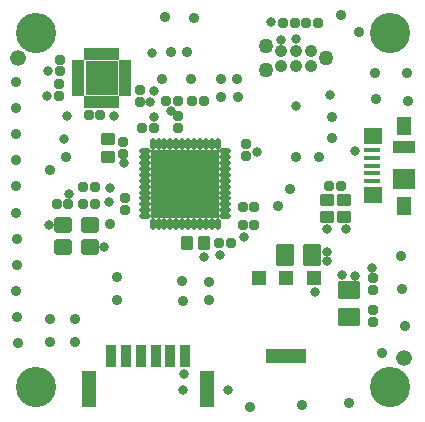
<source format=gts>
G04*
G04 #@! TF.GenerationSoftware,Altium Limited,Altium Designer,23.8.1 (32)*
G04*
G04 Layer_Color=8388736*
%FSLAX44Y44*%
%MOMM*%
G71*
G04*
G04 #@! TF.SameCoordinates,14F6A229-880D-4016-A75C-DA76C30DB968*
G04*
G04*
G04 #@! TF.FilePolarity,Negative*
G04*
G01*
G75*
%ADD21R,1.3000X1.6500*%
%ADD22R,1.9000X1.8000*%
%ADD23R,1.9000X1.0000*%
%ADD24R,1.5500X1.4250*%
%ADD25R,1.3800X0.4500*%
%ADD26R,1.2500X1.2500*%
%ADD27R,3.5000X1.2500*%
G04:AMPARAMS|DCode=37|XSize=0.8032mm|YSize=0.9032mm|CornerRadius=0.1766mm|HoleSize=0mm|Usage=FLASHONLY|Rotation=0.000|XOffset=0mm|YOffset=0mm|HoleType=Round|Shape=RoundedRectangle|*
%AMROUNDEDRECTD37*
21,1,0.8032,0.5500,0,0,0.0*
21,1,0.4500,0.9032,0,0,0.0*
1,1,0.3532,0.2250,-0.2750*
1,1,0.3532,-0.2250,-0.2750*
1,1,0.3532,-0.2250,0.2750*
1,1,0.3532,0.2250,0.2750*
%
%ADD37ROUNDEDRECTD37*%
%ADD38C,1.0662*%
%ADD39O,1.0032X0.4532*%
%ADD40O,0.4532X1.0032*%
%ADD41R,5.8032X5.8032*%
G04:AMPARAMS|DCode=42|XSize=1.0032mm|YSize=1.2032mm|CornerRadius=0.2016mm|HoleSize=0mm|Usage=FLASHONLY|Rotation=90.000|XOffset=0mm|YOffset=0mm|HoleType=Round|Shape=RoundedRectangle|*
%AMROUNDEDRECTD42*
21,1,1.0032,0.8000,0,0,90.0*
21,1,0.6000,1.2032,0,0,90.0*
1,1,0.4032,0.4000,0.3000*
1,1,0.4032,0.4000,-0.3000*
1,1,0.4032,-0.4000,-0.3000*
1,1,0.4032,-0.4000,0.3000*
%
%ADD42ROUNDEDRECTD42*%
G04:AMPARAMS|DCode=43|XSize=0.8032mm|YSize=0.9032mm|CornerRadius=0.1766mm|HoleSize=0mm|Usage=FLASHONLY|Rotation=90.000|XOffset=0mm|YOffset=0mm|HoleType=Round|Shape=RoundedRectangle|*
%AMROUNDEDRECTD43*
21,1,0.8032,0.5500,0,0,90.0*
21,1,0.4500,0.9032,0,0,90.0*
1,1,0.3532,0.2750,0.2250*
1,1,0.3532,0.2750,-0.2250*
1,1,0.3532,-0.2750,-0.2250*
1,1,0.3532,-0.2750,0.2250*
%
%ADD43ROUNDEDRECTD43*%
G04:AMPARAMS|DCode=44|XSize=1.6032mm|YSize=1.9032mm|CornerRadius=0.2766mm|HoleSize=0mm|Usage=FLASHONLY|Rotation=270.000|XOffset=0mm|YOffset=0mm|HoleType=Round|Shape=RoundedRectangle|*
%AMROUNDEDRECTD44*
21,1,1.6032,1.3500,0,0,270.0*
21,1,1.0500,1.9032,0,0,270.0*
1,1,0.5532,-0.6750,-0.5250*
1,1,0.5532,-0.6750,0.5250*
1,1,0.5532,0.6750,0.5250*
1,1,0.5532,0.6750,-0.5250*
%
%ADD44ROUNDEDRECTD44*%
G04:AMPARAMS|DCode=45|XSize=1.6032mm|YSize=1.9032mm|CornerRadius=0.2766mm|HoleSize=0mm|Usage=FLASHONLY|Rotation=180.000|XOffset=0mm|YOffset=0mm|HoleType=Round|Shape=RoundedRectangle|*
%AMROUNDEDRECTD45*
21,1,1.6032,1.3500,0,0,180.0*
21,1,1.0500,1.9032,0,0,180.0*
1,1,0.5532,-0.5250,0.6750*
1,1,0.5532,0.5250,0.6750*
1,1,0.5532,0.5250,-0.6750*
1,1,0.5532,-0.5250,-0.6750*
%
%ADD45ROUNDEDRECTD45*%
%ADD46R,0.5532X1.0032*%
%ADD47R,1.0532X0.5532*%
%ADD48R,2.8032X2.9032*%
G04:AMPARAMS|DCode=49|XSize=1.5032mm|YSize=1.3032mm|CornerRadius=0.1566mm|HoleSize=0mm|Usage=FLASHONLY|Rotation=0.000|XOffset=0mm|YOffset=0mm|HoleType=Round|Shape=RoundedRectangle|*
%AMROUNDEDRECTD49*
21,1,1.5032,0.9900,0,0,0.0*
21,1,1.1900,1.3032,0,0,0.0*
1,1,0.3132,0.5950,-0.4950*
1,1,0.3132,-0.5950,-0.4950*
1,1,0.3132,-0.5950,0.4950*
1,1,0.3132,0.5950,0.4950*
%
%ADD49ROUNDEDRECTD49*%
G04:AMPARAMS|DCode=50|XSize=1.0032mm|YSize=1.2032mm|CornerRadius=0.2016mm|HoleSize=0mm|Usage=FLASHONLY|Rotation=180.000|XOffset=0mm|YOffset=0mm|HoleType=Round|Shape=RoundedRectangle|*
%AMROUNDEDRECTD50*
21,1,1.0032,0.8000,0,0,180.0*
21,1,0.6000,1.2032,0,0,180.0*
1,1,0.4032,-0.3000,0.4000*
1,1,0.4032,0.3000,0.4000*
1,1,0.4032,0.3000,-0.4000*
1,1,0.4032,-0.3000,-0.4000*
%
%ADD50ROUNDEDRECTD50*%
%ADD51R,0.8532X1.9032*%
%ADD52R,1.2032X3.1032*%
%ADD53C,1.3282*%
%ADD54C,1.2702*%
%ADD55C,3.4032*%
%ADD56C,0.9032*%
%ADD57C,0.8032*%
%ADD58C,0.7032*%
D21*
X1126500Y691500D02*
D03*
Y759000D02*
D03*
D22*
Y713750D02*
D03*
D23*
Y740750D02*
D03*
D24*
X1100750Y700375D02*
D03*
Y750125D02*
D03*
D25*
X1099900Y712250D02*
D03*
Y718750D02*
D03*
Y725250D02*
D03*
Y731750D02*
D03*
Y738250D02*
D03*
D26*
X1050000Y630000D02*
D03*
X1027100D02*
D03*
X1004200D02*
D03*
D27*
X1027100Y564100D02*
D03*
D37*
X1053971Y845750D02*
D03*
X1043971D02*
D03*
X1033971Y846250D02*
D03*
X1023971D02*
D03*
X935000Y780000D02*
D03*
X925000D02*
D03*
X947500D02*
D03*
X957500D02*
D03*
X842500Y692500D02*
D03*
X832500D02*
D03*
X865000D02*
D03*
X855000D02*
D03*
X855000Y707500D02*
D03*
X865000D02*
D03*
X970000Y660000D02*
D03*
X980000D02*
D03*
X915000Y757500D02*
D03*
X905000D02*
D03*
X859500Y768000D02*
D03*
X869500D02*
D03*
X1073250Y708000D02*
D03*
X1063250D02*
D03*
X1000000Y675000D02*
D03*
X990000D02*
D03*
X1000000Y690000D02*
D03*
X990000D02*
D03*
D38*
X1047500Y822500D02*
D03*
X1034800D02*
D03*
X1022100D02*
D03*
X1047500Y809800D02*
D03*
X1034800D02*
D03*
X1022100D02*
D03*
D39*
X975270Y717510D02*
D03*
Y722510D02*
D03*
X907270Y737510D02*
D03*
Y732510D02*
D03*
Y727510D02*
D03*
Y722510D02*
D03*
Y717510D02*
D03*
Y712510D02*
D03*
Y707510D02*
D03*
Y702510D02*
D03*
Y697510D02*
D03*
Y692510D02*
D03*
Y687510D02*
D03*
Y682510D02*
D03*
X975270D02*
D03*
Y687510D02*
D03*
Y692510D02*
D03*
Y697510D02*
D03*
Y702510D02*
D03*
Y707510D02*
D03*
Y712510D02*
D03*
Y727510D02*
D03*
Y732510D02*
D03*
Y737510D02*
D03*
D40*
X913770Y676010D02*
D03*
X918770D02*
D03*
X923770D02*
D03*
X928770D02*
D03*
X933770D02*
D03*
X938770D02*
D03*
X943770D02*
D03*
X948770D02*
D03*
X953770D02*
D03*
X958770D02*
D03*
X963770D02*
D03*
X968770D02*
D03*
Y744010D02*
D03*
X963770D02*
D03*
X958770D02*
D03*
X953770D02*
D03*
X948770D02*
D03*
X943770D02*
D03*
X938770D02*
D03*
X933770D02*
D03*
X928770D02*
D03*
X923770D02*
D03*
X918770D02*
D03*
X913770D02*
D03*
D41*
X941270Y710010D02*
D03*
D42*
X876250Y748000D02*
D03*
Y733000D02*
D03*
X1061250Y696500D02*
D03*
Y681500D02*
D03*
X1075750Y696500D02*
D03*
Y681500D02*
D03*
D43*
X888750Y735500D02*
D03*
Y745500D02*
D03*
X1100000Y603250D02*
D03*
Y593250D02*
D03*
Y630000D02*
D03*
Y620000D02*
D03*
X834500Y794250D02*
D03*
Y784250D02*
D03*
X903000Y779500D02*
D03*
Y789500D02*
D03*
X890000Y697500D02*
D03*
Y687500D02*
D03*
X935000Y767500D02*
D03*
Y757500D02*
D03*
X835000Y815000D02*
D03*
Y805000D02*
D03*
X992500Y743750D02*
D03*
Y733750D02*
D03*
D44*
X1080000Y597140D02*
D03*
Y620000D02*
D03*
D45*
X1026070Y650000D02*
D03*
X1048930D02*
D03*
D46*
X883000Y819500D02*
D03*
X878000D02*
D03*
X873000D02*
D03*
X868000D02*
D03*
X863000D02*
D03*
X858000D02*
D03*
X883000Y779500D02*
D03*
X878000D02*
D03*
X873000D02*
D03*
X868000D02*
D03*
X863000D02*
D03*
X858000D02*
D03*
D47*
X850750Y812000D02*
D03*
Y807000D02*
D03*
Y802000D02*
D03*
Y797000D02*
D03*
Y792000D02*
D03*
Y787000D02*
D03*
X890250Y812000D02*
D03*
Y807000D02*
D03*
Y802000D02*
D03*
Y797000D02*
D03*
Y792000D02*
D03*
Y787000D02*
D03*
D48*
X870500Y799500D02*
D03*
D49*
X837500Y675000D02*
D03*
Y656000D02*
D03*
X860500Y675000D02*
D03*
Y656000D02*
D03*
D50*
X942500Y660000D02*
D03*
X957500D02*
D03*
D51*
X878750Y564000D02*
D03*
X891250D02*
D03*
X916250D02*
D03*
X928750D02*
D03*
X903750D02*
D03*
X941250D02*
D03*
D52*
X860250Y536000D02*
D03*
X959750D02*
D03*
D53*
X1126500Y562000D02*
D03*
X799750Y816750D02*
D03*
D54*
X1060200Y816150D02*
D03*
X1009400Y805990D02*
D03*
Y826310D02*
D03*
D55*
X1115000Y537500D02*
D03*
X815000D02*
D03*
Y837500D02*
D03*
X1115000D02*
D03*
D56*
X949000Y850250D02*
D03*
X924250Y851000D02*
D03*
X826750Y595500D02*
D03*
X826500Y575750D02*
D03*
X799500Y574750D02*
D03*
X799000Y596900D02*
D03*
X848000Y595000D02*
D03*
X848000Y575750D02*
D03*
X798000Y774100D02*
D03*
Y751950D02*
D03*
Y729800D02*
D03*
Y707650D02*
D03*
X798500Y685500D02*
D03*
X799000Y663350D02*
D03*
Y641200D02*
D03*
X798500Y619050D02*
D03*
X877750Y676000D02*
D03*
X827000Y721500D02*
D03*
X840750Y732500D02*
D03*
X942750Y821250D02*
D03*
X929500Y821500D02*
D03*
X986000Y783000D02*
D03*
X971750Y783250D02*
D03*
X985250Y798500D02*
D03*
X971750Y799000D02*
D03*
X996000Y521250D02*
D03*
X1040000Y522250D02*
D03*
X1080250Y524250D02*
D03*
X1108000Y566250D02*
D03*
X1127250Y589250D02*
D03*
X1124500Y620750D02*
D03*
X1124000Y649000D02*
D03*
X1020250Y691250D02*
D03*
X1030000Y705500D02*
D03*
X961750Y611750D02*
D03*
X939250Y611000D02*
D03*
X961250Y626750D02*
D03*
X939000Y628000D02*
D03*
X883750Y611250D02*
D03*
X883500Y630750D02*
D03*
X798500Y796250D02*
D03*
X1054500Y732750D02*
D03*
X1034750Y732250D02*
D03*
X1066000Y748250D02*
D03*
X1129250Y803500D02*
D03*
X1088750Y838500D02*
D03*
X1073000Y852750D02*
D03*
X1102500Y781750D02*
D03*
X1130000Y780000D02*
D03*
X1066000Y766500D02*
D03*
X1102000Y803500D02*
D03*
X921750Y798500D02*
D03*
X946500D02*
D03*
D57*
X1013721Y846750D02*
D03*
X913500Y820500D02*
D03*
X914500Y788250D02*
D03*
X915000Y766250D02*
D03*
X1035000Y832500D02*
D03*
X1064000Y785250D02*
D03*
X1035500Y775500D02*
D03*
X839000Y747500D02*
D03*
X889500Y727750D02*
D03*
X880750Y767500D02*
D03*
X990750Y665250D02*
D03*
X877750Y706750D02*
D03*
X1022500Y831500D02*
D03*
X841500Y767000D02*
D03*
X929250Y771750D02*
D03*
X1002000Y737000D02*
D03*
X825500Y805250D02*
D03*
X977500Y535500D02*
D03*
X939500D02*
D03*
X940250Y548750D02*
D03*
X911500Y779500D02*
D03*
X1061750Y644250D02*
D03*
X1085500Y632250D02*
D03*
X1074500Y632500D02*
D03*
X970500Y649750D02*
D03*
X1085500Y738000D02*
D03*
X1061500Y652500D02*
D03*
X1099750Y639000D02*
D03*
X1051250Y618500D02*
D03*
X1061250Y672000D02*
D03*
X1077250Y671750D02*
D03*
X843000Y701500D02*
D03*
X826000Y675250D02*
D03*
X872250Y656500D02*
D03*
X876500Y694750D02*
D03*
X957500Y648250D02*
D03*
X824500Y784500D02*
D03*
D58*
X919270Y732010D02*
D03*
X930270D02*
D03*
X941270D02*
D03*
X952270D02*
D03*
X963270D02*
D03*
X919270Y721010D02*
D03*
X930270D02*
D03*
X941270D02*
D03*
X952270D02*
D03*
X963270D02*
D03*
X919270Y710010D02*
D03*
X930270D02*
D03*
X941270D02*
D03*
X952270D02*
D03*
X963270D02*
D03*
X919270Y699010D02*
D03*
X930270D02*
D03*
X941270D02*
D03*
X952270D02*
D03*
X963270D02*
D03*
X919270Y688010D02*
D03*
X930270D02*
D03*
X941270D02*
D03*
X952270D02*
D03*
X963270D02*
D03*
X865000Y805000D02*
D03*
Y794000D02*
D03*
X876000D02*
D03*
Y805000D02*
D03*
M02*

</source>
